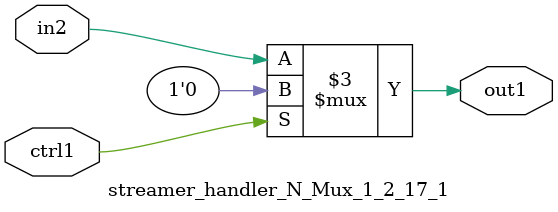
<source format=v>

`timescale 1ps / 1ps


module streamer_handler_N_Mux_1_2_17_1( in2, ctrl1, out1 );

    input in2;
    input ctrl1;
    output out1;
    reg out1;

    
    // rtl_process:streamer_handler_N_Mux_1_2_17_1/streamer_handler_N_Mux_1_2_17_1_thread_1
    always @*
      begin : streamer_handler_N_Mux_1_2_17_1_thread_1
        case (ctrl1) 
          1'b1: 
            begin
              out1 = 1'b0;
            end
          default: 
            begin
              out1 = in2;
            end
        endcase
      end

endmodule


</source>
